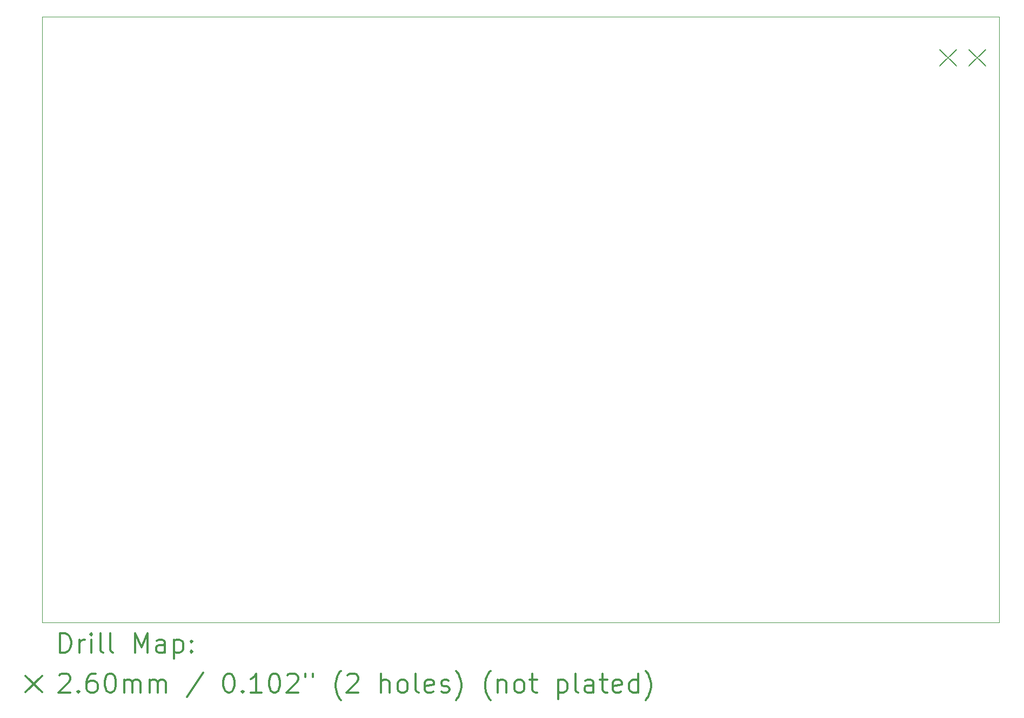
<source format=gbr>
%FSLAX45Y45*%
G04 Gerber Fmt 4.5, Leading zero omitted, Abs format (unit mm)*
G04 Created by KiCad (PCBNEW (5.1.9)-1) date 2021-06-10 17:57:28*
%MOMM*%
%LPD*%
G01*
G04 APERTURE LIST*
%TA.AperFunction,Profile*%
%ADD10C,0.038100*%
%TD*%
%ADD11C,0.200000*%
%ADD12C,0.300000*%
G04 APERTURE END LIST*
D10*
X4500000Y-13250000D02*
X19500000Y-13250000D01*
X19500000Y-3750000D02*
X19500000Y-13250000D01*
X4500000Y-3750000D02*
X19500000Y-3750000D01*
X4500000Y-13250000D02*
X4500000Y-3750000D01*
D11*
X18564400Y-4261500D02*
X18824400Y-4521500D01*
X18824400Y-4261500D02*
X18564400Y-4521500D01*
X19024400Y-4261500D02*
X19284400Y-4521500D01*
X19284400Y-4261500D02*
X19024400Y-4521500D01*
D12*
X4784523Y-13717619D02*
X4784523Y-13417619D01*
X4855952Y-13417619D01*
X4898809Y-13431905D01*
X4927381Y-13460476D01*
X4941666Y-13489048D01*
X4955952Y-13546191D01*
X4955952Y-13589048D01*
X4941666Y-13646191D01*
X4927381Y-13674762D01*
X4898809Y-13703334D01*
X4855952Y-13717619D01*
X4784523Y-13717619D01*
X5084523Y-13717619D02*
X5084523Y-13517619D01*
X5084523Y-13574762D02*
X5098809Y-13546191D01*
X5113095Y-13531905D01*
X5141666Y-13517619D01*
X5170238Y-13517619D01*
X5270238Y-13717619D02*
X5270238Y-13517619D01*
X5270238Y-13417619D02*
X5255952Y-13431905D01*
X5270238Y-13446191D01*
X5284523Y-13431905D01*
X5270238Y-13417619D01*
X5270238Y-13446191D01*
X5455952Y-13717619D02*
X5427381Y-13703334D01*
X5413095Y-13674762D01*
X5413095Y-13417619D01*
X5613095Y-13717619D02*
X5584523Y-13703334D01*
X5570238Y-13674762D01*
X5570238Y-13417619D01*
X5955952Y-13717619D02*
X5955952Y-13417619D01*
X6055952Y-13631905D01*
X6155952Y-13417619D01*
X6155952Y-13717619D01*
X6427381Y-13717619D02*
X6427381Y-13560476D01*
X6413095Y-13531905D01*
X6384523Y-13517619D01*
X6327381Y-13517619D01*
X6298809Y-13531905D01*
X6427381Y-13703334D02*
X6398809Y-13717619D01*
X6327381Y-13717619D01*
X6298809Y-13703334D01*
X6284523Y-13674762D01*
X6284523Y-13646191D01*
X6298809Y-13617619D01*
X6327381Y-13603334D01*
X6398809Y-13603334D01*
X6427381Y-13589048D01*
X6570238Y-13517619D02*
X6570238Y-13817619D01*
X6570238Y-13531905D02*
X6598809Y-13517619D01*
X6655952Y-13517619D01*
X6684523Y-13531905D01*
X6698809Y-13546191D01*
X6713095Y-13574762D01*
X6713095Y-13660476D01*
X6698809Y-13689048D01*
X6684523Y-13703334D01*
X6655952Y-13717619D01*
X6598809Y-13717619D01*
X6570238Y-13703334D01*
X6841666Y-13689048D02*
X6855952Y-13703334D01*
X6841666Y-13717619D01*
X6827381Y-13703334D01*
X6841666Y-13689048D01*
X6841666Y-13717619D01*
X6841666Y-13531905D02*
X6855952Y-13546191D01*
X6841666Y-13560476D01*
X6827381Y-13546191D01*
X6841666Y-13531905D01*
X6841666Y-13560476D01*
X4238095Y-14081905D02*
X4498095Y-14341905D01*
X4498095Y-14081905D02*
X4238095Y-14341905D01*
X4770238Y-14076191D02*
X4784523Y-14061905D01*
X4813095Y-14047619D01*
X4884523Y-14047619D01*
X4913095Y-14061905D01*
X4927381Y-14076191D01*
X4941666Y-14104762D01*
X4941666Y-14133334D01*
X4927381Y-14176191D01*
X4755952Y-14347619D01*
X4941666Y-14347619D01*
X5070238Y-14319048D02*
X5084523Y-14333334D01*
X5070238Y-14347619D01*
X5055952Y-14333334D01*
X5070238Y-14319048D01*
X5070238Y-14347619D01*
X5341666Y-14047619D02*
X5284523Y-14047619D01*
X5255952Y-14061905D01*
X5241666Y-14076191D01*
X5213095Y-14119048D01*
X5198809Y-14176191D01*
X5198809Y-14290476D01*
X5213095Y-14319048D01*
X5227381Y-14333334D01*
X5255952Y-14347619D01*
X5313095Y-14347619D01*
X5341666Y-14333334D01*
X5355952Y-14319048D01*
X5370238Y-14290476D01*
X5370238Y-14219048D01*
X5355952Y-14190476D01*
X5341666Y-14176191D01*
X5313095Y-14161905D01*
X5255952Y-14161905D01*
X5227381Y-14176191D01*
X5213095Y-14190476D01*
X5198809Y-14219048D01*
X5555952Y-14047619D02*
X5584523Y-14047619D01*
X5613095Y-14061905D01*
X5627381Y-14076191D01*
X5641666Y-14104762D01*
X5655952Y-14161905D01*
X5655952Y-14233334D01*
X5641666Y-14290476D01*
X5627381Y-14319048D01*
X5613095Y-14333334D01*
X5584523Y-14347619D01*
X5555952Y-14347619D01*
X5527381Y-14333334D01*
X5513095Y-14319048D01*
X5498809Y-14290476D01*
X5484523Y-14233334D01*
X5484523Y-14161905D01*
X5498809Y-14104762D01*
X5513095Y-14076191D01*
X5527381Y-14061905D01*
X5555952Y-14047619D01*
X5784523Y-14347619D02*
X5784523Y-14147619D01*
X5784523Y-14176191D02*
X5798809Y-14161905D01*
X5827381Y-14147619D01*
X5870238Y-14147619D01*
X5898809Y-14161905D01*
X5913095Y-14190476D01*
X5913095Y-14347619D01*
X5913095Y-14190476D02*
X5927381Y-14161905D01*
X5955952Y-14147619D01*
X5998809Y-14147619D01*
X6027381Y-14161905D01*
X6041666Y-14190476D01*
X6041666Y-14347619D01*
X6184523Y-14347619D02*
X6184523Y-14147619D01*
X6184523Y-14176191D02*
X6198809Y-14161905D01*
X6227381Y-14147619D01*
X6270238Y-14147619D01*
X6298809Y-14161905D01*
X6313095Y-14190476D01*
X6313095Y-14347619D01*
X6313095Y-14190476D02*
X6327381Y-14161905D01*
X6355952Y-14147619D01*
X6398809Y-14147619D01*
X6427381Y-14161905D01*
X6441666Y-14190476D01*
X6441666Y-14347619D01*
X7027381Y-14033334D02*
X6770238Y-14419048D01*
X7413095Y-14047619D02*
X7441666Y-14047619D01*
X7470238Y-14061905D01*
X7484523Y-14076191D01*
X7498809Y-14104762D01*
X7513095Y-14161905D01*
X7513095Y-14233334D01*
X7498809Y-14290476D01*
X7484523Y-14319048D01*
X7470238Y-14333334D01*
X7441666Y-14347619D01*
X7413095Y-14347619D01*
X7384523Y-14333334D01*
X7370238Y-14319048D01*
X7355952Y-14290476D01*
X7341666Y-14233334D01*
X7341666Y-14161905D01*
X7355952Y-14104762D01*
X7370238Y-14076191D01*
X7384523Y-14061905D01*
X7413095Y-14047619D01*
X7641666Y-14319048D02*
X7655952Y-14333334D01*
X7641666Y-14347619D01*
X7627381Y-14333334D01*
X7641666Y-14319048D01*
X7641666Y-14347619D01*
X7941666Y-14347619D02*
X7770238Y-14347619D01*
X7855952Y-14347619D02*
X7855952Y-14047619D01*
X7827381Y-14090476D01*
X7798809Y-14119048D01*
X7770238Y-14133334D01*
X8127381Y-14047619D02*
X8155952Y-14047619D01*
X8184523Y-14061905D01*
X8198809Y-14076191D01*
X8213095Y-14104762D01*
X8227381Y-14161905D01*
X8227381Y-14233334D01*
X8213095Y-14290476D01*
X8198809Y-14319048D01*
X8184523Y-14333334D01*
X8155952Y-14347619D01*
X8127381Y-14347619D01*
X8098809Y-14333334D01*
X8084523Y-14319048D01*
X8070238Y-14290476D01*
X8055952Y-14233334D01*
X8055952Y-14161905D01*
X8070238Y-14104762D01*
X8084523Y-14076191D01*
X8098809Y-14061905D01*
X8127381Y-14047619D01*
X8341666Y-14076191D02*
X8355952Y-14061905D01*
X8384523Y-14047619D01*
X8455952Y-14047619D01*
X8484523Y-14061905D01*
X8498809Y-14076191D01*
X8513095Y-14104762D01*
X8513095Y-14133334D01*
X8498809Y-14176191D01*
X8327381Y-14347619D01*
X8513095Y-14347619D01*
X8627381Y-14047619D02*
X8627381Y-14104762D01*
X8741666Y-14047619D02*
X8741666Y-14104762D01*
X9184523Y-14461905D02*
X9170238Y-14447619D01*
X9141666Y-14404762D01*
X9127381Y-14376191D01*
X9113095Y-14333334D01*
X9098809Y-14261905D01*
X9098809Y-14204762D01*
X9113095Y-14133334D01*
X9127381Y-14090476D01*
X9141666Y-14061905D01*
X9170238Y-14019048D01*
X9184523Y-14004762D01*
X9284523Y-14076191D02*
X9298809Y-14061905D01*
X9327381Y-14047619D01*
X9398809Y-14047619D01*
X9427381Y-14061905D01*
X9441666Y-14076191D01*
X9455952Y-14104762D01*
X9455952Y-14133334D01*
X9441666Y-14176191D01*
X9270238Y-14347619D01*
X9455952Y-14347619D01*
X9813095Y-14347619D02*
X9813095Y-14047619D01*
X9941666Y-14347619D02*
X9941666Y-14190476D01*
X9927381Y-14161905D01*
X9898809Y-14147619D01*
X9855952Y-14147619D01*
X9827381Y-14161905D01*
X9813095Y-14176191D01*
X10127381Y-14347619D02*
X10098809Y-14333334D01*
X10084523Y-14319048D01*
X10070238Y-14290476D01*
X10070238Y-14204762D01*
X10084523Y-14176191D01*
X10098809Y-14161905D01*
X10127381Y-14147619D01*
X10170238Y-14147619D01*
X10198809Y-14161905D01*
X10213095Y-14176191D01*
X10227381Y-14204762D01*
X10227381Y-14290476D01*
X10213095Y-14319048D01*
X10198809Y-14333334D01*
X10170238Y-14347619D01*
X10127381Y-14347619D01*
X10398809Y-14347619D02*
X10370238Y-14333334D01*
X10355952Y-14304762D01*
X10355952Y-14047619D01*
X10627381Y-14333334D02*
X10598809Y-14347619D01*
X10541666Y-14347619D01*
X10513095Y-14333334D01*
X10498809Y-14304762D01*
X10498809Y-14190476D01*
X10513095Y-14161905D01*
X10541666Y-14147619D01*
X10598809Y-14147619D01*
X10627381Y-14161905D01*
X10641666Y-14190476D01*
X10641666Y-14219048D01*
X10498809Y-14247619D01*
X10755952Y-14333334D02*
X10784523Y-14347619D01*
X10841666Y-14347619D01*
X10870238Y-14333334D01*
X10884523Y-14304762D01*
X10884523Y-14290476D01*
X10870238Y-14261905D01*
X10841666Y-14247619D01*
X10798809Y-14247619D01*
X10770238Y-14233334D01*
X10755952Y-14204762D01*
X10755952Y-14190476D01*
X10770238Y-14161905D01*
X10798809Y-14147619D01*
X10841666Y-14147619D01*
X10870238Y-14161905D01*
X10984523Y-14461905D02*
X10998809Y-14447619D01*
X11027381Y-14404762D01*
X11041666Y-14376191D01*
X11055952Y-14333334D01*
X11070238Y-14261905D01*
X11070238Y-14204762D01*
X11055952Y-14133334D01*
X11041666Y-14090476D01*
X11027381Y-14061905D01*
X10998809Y-14019048D01*
X10984523Y-14004762D01*
X11527381Y-14461905D02*
X11513095Y-14447619D01*
X11484523Y-14404762D01*
X11470238Y-14376191D01*
X11455952Y-14333334D01*
X11441666Y-14261905D01*
X11441666Y-14204762D01*
X11455952Y-14133334D01*
X11470238Y-14090476D01*
X11484523Y-14061905D01*
X11513095Y-14019048D01*
X11527381Y-14004762D01*
X11641666Y-14147619D02*
X11641666Y-14347619D01*
X11641666Y-14176191D02*
X11655952Y-14161905D01*
X11684523Y-14147619D01*
X11727381Y-14147619D01*
X11755952Y-14161905D01*
X11770238Y-14190476D01*
X11770238Y-14347619D01*
X11955952Y-14347619D02*
X11927381Y-14333334D01*
X11913095Y-14319048D01*
X11898809Y-14290476D01*
X11898809Y-14204762D01*
X11913095Y-14176191D01*
X11927381Y-14161905D01*
X11955952Y-14147619D01*
X11998809Y-14147619D01*
X12027381Y-14161905D01*
X12041666Y-14176191D01*
X12055952Y-14204762D01*
X12055952Y-14290476D01*
X12041666Y-14319048D01*
X12027381Y-14333334D01*
X11998809Y-14347619D01*
X11955952Y-14347619D01*
X12141666Y-14147619D02*
X12255952Y-14147619D01*
X12184523Y-14047619D02*
X12184523Y-14304762D01*
X12198809Y-14333334D01*
X12227381Y-14347619D01*
X12255952Y-14347619D01*
X12584523Y-14147619D02*
X12584523Y-14447619D01*
X12584523Y-14161905D02*
X12613095Y-14147619D01*
X12670238Y-14147619D01*
X12698809Y-14161905D01*
X12713095Y-14176191D01*
X12727381Y-14204762D01*
X12727381Y-14290476D01*
X12713095Y-14319048D01*
X12698809Y-14333334D01*
X12670238Y-14347619D01*
X12613095Y-14347619D01*
X12584523Y-14333334D01*
X12898809Y-14347619D02*
X12870238Y-14333334D01*
X12855952Y-14304762D01*
X12855952Y-14047619D01*
X13141666Y-14347619D02*
X13141666Y-14190476D01*
X13127381Y-14161905D01*
X13098809Y-14147619D01*
X13041666Y-14147619D01*
X13013095Y-14161905D01*
X13141666Y-14333334D02*
X13113095Y-14347619D01*
X13041666Y-14347619D01*
X13013095Y-14333334D01*
X12998809Y-14304762D01*
X12998809Y-14276191D01*
X13013095Y-14247619D01*
X13041666Y-14233334D01*
X13113095Y-14233334D01*
X13141666Y-14219048D01*
X13241666Y-14147619D02*
X13355952Y-14147619D01*
X13284523Y-14047619D02*
X13284523Y-14304762D01*
X13298809Y-14333334D01*
X13327381Y-14347619D01*
X13355952Y-14347619D01*
X13570238Y-14333334D02*
X13541666Y-14347619D01*
X13484523Y-14347619D01*
X13455952Y-14333334D01*
X13441666Y-14304762D01*
X13441666Y-14190476D01*
X13455952Y-14161905D01*
X13484523Y-14147619D01*
X13541666Y-14147619D01*
X13570238Y-14161905D01*
X13584523Y-14190476D01*
X13584523Y-14219048D01*
X13441666Y-14247619D01*
X13841666Y-14347619D02*
X13841666Y-14047619D01*
X13841666Y-14333334D02*
X13813095Y-14347619D01*
X13755952Y-14347619D01*
X13727381Y-14333334D01*
X13713095Y-14319048D01*
X13698809Y-14290476D01*
X13698809Y-14204762D01*
X13713095Y-14176191D01*
X13727381Y-14161905D01*
X13755952Y-14147619D01*
X13813095Y-14147619D01*
X13841666Y-14161905D01*
X13955952Y-14461905D02*
X13970238Y-14447619D01*
X13998809Y-14404762D01*
X14013095Y-14376191D01*
X14027381Y-14333334D01*
X14041666Y-14261905D01*
X14041666Y-14204762D01*
X14027381Y-14133334D01*
X14013095Y-14090476D01*
X13998809Y-14061905D01*
X13970238Y-14019048D01*
X13955952Y-14004762D01*
M02*

</source>
